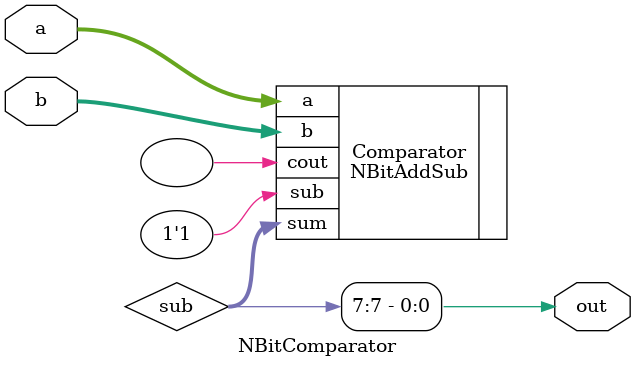
<source format=v>
`timescale 1ns / 1ps
module NBitComparator
#(parameter BITWIDTH=8)	// Default bitwidth is 8
(
	out,
	a,
	b
);

output out;
input [BITWIDTH-1:0] a;
input [BITWIDTH-1:0] b;

wire [BITWIDTH-1:0] sub;	// Subtraction output

/*
 *	If a < b comparator outputs a 1, otherwise a 0 
 */
 
 NBitAddSub #(.BITWIDTH(BITWIDTH)) Comparator
 (
	.sum(sub),		// Sign bit at the end
	.cout(),	// Not used
	.a(a),
	.b(b),
	.sub(1'b1)	// Enable subtraction
 );
 
 assign out = sub[BITWIDTH-1];

endmodule

</source>
